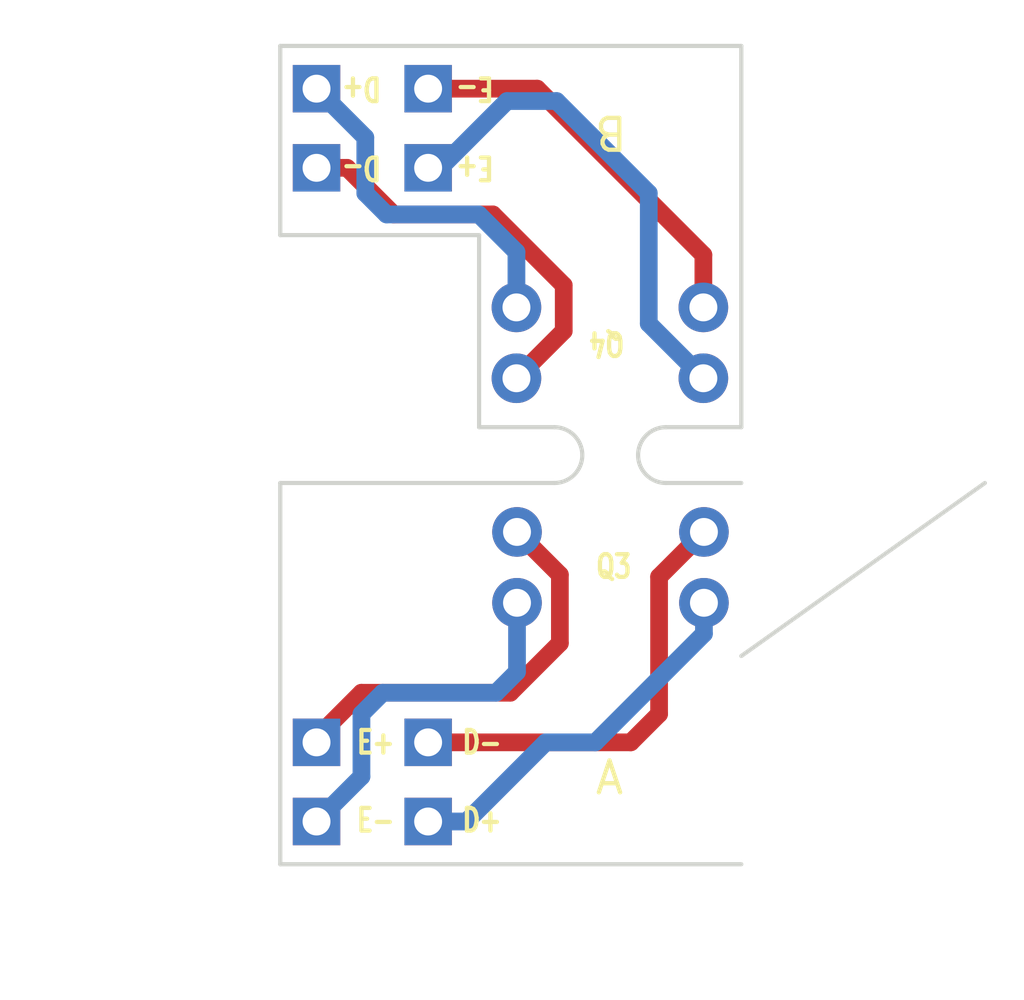
<source format=kicad_pcb>
(kicad_pcb (version 20171130) (host pcbnew "(5.1.6)-1")

  (general
    (thickness 1.6)
    (drawings 31)
    (tracks 42)
    (zones 0)
    (modules 11)
    (nets 9)
  )

  (page A4)
  (layers
    (0 F.Cu signal)
    (31 B.Cu signal)
    (32 B.Adhes user)
    (33 F.Adhes user)
    (34 B.Paste user)
    (35 F.Paste user)
    (36 B.SilkS user)
    (37 F.SilkS user)
    (38 B.Mask user)
    (39 F.Mask user)
    (40 Dwgs.User user)
    (41 Cmts.User user)
    (42 Eco1.User user)
    (43 Eco2.User user)
    (44 Edge.Cuts user)
    (45 Margin user)
    (46 B.CrtYd user)
    (47 F.CrtYd user)
    (48 B.Fab user)
    (49 F.Fab user)
  )

  (setup
    (last_trace_width 0.127)
    (user_trace_width 0.127)
    (user_trace_width 0.254)
    (user_trace_width 0.635)
    (user_trace_width 1.27)
    (trace_clearance 0.127)
    (zone_clearance 0.508)
    (zone_45_only no)
    (trace_min 0.127)
    (via_size 0.45)
    (via_drill 0.2)
    (via_min_size 0.45)
    (via_min_drill 0.2)
    (user_via 1.27 0.635)
    (user_via 2.54 1.27)
    (uvia_size 0.3)
    (uvia_drill 0.1)
    (uvias_allowed no)
    (uvia_min_size 0.2)
    (uvia_min_drill 0.1)
    (edge_width 0.15)
    (segment_width 0.15)
    (pcb_text_width 0.3)
    (pcb_text_size 1.5 1.5)
    (mod_edge_width 0.15)
    (mod_text_size 1 1)
    (mod_text_width 0.15)
    (pad_size 1.524 1.524)
    (pad_drill 0.762)
    (pad_to_mask_clearance 0.051)
    (solder_mask_min_width 0.25)
    (aux_axis_origin 0 0)
    (grid_origin 166 119)
    (visible_elements 7FFFFFFF)
    (pcbplotparams
      (layerselection 0x010f0_ffffffff)
      (usegerberextensions false)
      (usegerberattributes false)
      (usegerberadvancedattributes false)
      (creategerberjobfile false)
      (excludeedgelayer true)
      (linewidth 0.100000)
      (plotframeref false)
      (viasonmask false)
      (mode 1)
      (useauxorigin false)
      (hpglpennumber 1)
      (hpglpenspeed 20)
      (hpglpendiameter 15.000000)
      (psnegative false)
      (psa4output false)
      (plotreference true)
      (plotvalue true)
      (plotinvisibletext false)
      (padsonsilk false)
      (subtractmaskfromsilk false)
      (outputformat 1)
      (mirror false)
      (drillshape 0)
      (scaleselection 1)
      (outputdirectory "Gerbers/"))
  )

  (net 0 "")
  (net 1 "Net-(J1-Pad1)")
  (net 2 "Net-(J2-Pad1)")
  (net 3 "Net-(J3-Pad1)")
  (net 4 "Net-(J4-Pad1)")
  (net 5 "Net-(J5-Pad1)")
  (net 6 "Net-(J6-Pad1)")
  (net 7 "Net-(J7-Pad1)")
  (net 8 "Net-(J8-Pad1)")

  (net_class Default "Esta es la clase de red por defecto."
    (clearance 0.127)
    (trace_width 0.127)
    (via_dia 0.45)
    (via_drill 0.2)
    (uvia_dia 0.3)
    (uvia_drill 0.1)
    (diff_pair_width 0.254)
    (diff_pair_gap 0.254)
    (add_net "Net-(J1-Pad1)")
    (add_net "Net-(J2-Pad1)")
    (add_net "Net-(J3-Pad1)")
    (add_net "Net-(J4-Pad1)")
    (add_net "Net-(J5-Pad1)")
    (add_net "Net-(J6-Pad1)")
    (add_net "Net-(J7-Pad1)")
    (add_net "Net-(J8-Pad1)")
  )

  (module Encoder:mouse-bite-2mm-slot locked (layer F.Cu) (tedit 6081233A) (tstamp 60816F89)
    (at 177.8254 111.1156)
    (fp_text reference mouse-bite-2mm-slot (at 0 -2) (layer F.SilkS) hide
      (effects (font (size 1 1) (thickness 0.2)))
    )
    (fp_text value VAL** (at 0 2.1) (layer F.SilkS) hide
      (effects (font (size 1 1) (thickness 0.2)))
    )
    (fp_circle (center 2 0) (end 2.06 0) (layer Dwgs.User) (width 0.05))
    (fp_circle (center -2 0) (end -2 -0.06) (layer Dwgs.User) (width 0.05))
    (fp_line (start -2 0) (end -2 0) (layer Eco1.User) (width 2))
    (fp_line (start 2 0) (end 2 0) (layer Eco1.User) (width 2))
    (fp_arc (start 2 0) (end 2 1) (angle 180) (layer Dwgs.User) (width 0.1))
    (fp_arc (start -2 0) (end -2 -1) (angle 180) (layer Dwgs.User) (width 0.1))
    (pad "" np_thru_hole circle (at 0.75 0.75) (size 0.5 0.5) (drill 0.5) (layers *.Cu *.Mask))
    (pad "" np_thru_hole circle (at -0.75 0.75) (size 0.5 0.5) (drill 0.5) (layers *.Cu *.Mask))
    (pad "" np_thru_hole circle (at -0.75 -0.75) (size 0.5 0.5) (drill 0.5) (layers *.Cu *.Mask))
    (pad "" np_thru_hole circle (at 0.75 -0.75) (size 0.5 0.5) (drill 0.5) (layers *.Cu *.Mask))
    (pad "" np_thru_hole circle (at 0 0.75) (size 0.5 0.5) (drill 0.5) (layers *.Cu *.Mask))
    (pad "" np_thru_hole circle (at 0 -0.75) (size 0.5 0.5) (drill 0.5) (layers *.Cu *.Mask))
  )

  (module Encoder:PinHeader_1x01_P2.54mm_Vertical_NO3D (layer F.Cu) (tedit 6079DCDD) (tstamp 60818B92)
    (at 171.3 97.9822 180)
    (descr "Through hole straight pin header, 1x01, 2.54mm pitch, single row")
    (tags "Through hole pin header THT 1x01 2.54mm single row")
    (path /6081B0BC)
    (fp_text reference J6 (at 0 -2.33) (layer Dwgs.User) hide
      (effects (font (size 0.8128 0.6096) (thickness 0.1524)))
    )
    (fp_text value Conn_01x01_Male (at 0 2.33) (layer F.Fab)
      (effects (font (size 1 1) (thickness 0.15)))
    )
    (fp_line (start 1.8 -1.8) (end -1.8 -1.8) (layer F.CrtYd) (width 0.05))
    (fp_line (start 1.8 1.8) (end 1.8 -1.8) (layer F.CrtYd) (width 0.05))
    (fp_line (start -1.8 1.8) (end 1.8 1.8) (layer F.CrtYd) (width 0.05))
    (fp_line (start -1.8 -1.8) (end -1.8 1.8) (layer F.CrtYd) (width 0.05))
    (fp_line (start -1.27 -0.635) (end -0.635 -1.27) (layer F.Fab) (width 0.1))
    (fp_line (start -1.27 1.27) (end -1.27 -0.635) (layer F.Fab) (width 0.1))
    (fp_line (start 1.27 1.27) (end -1.27 1.27) (layer F.Fab) (width 0.1))
    (fp_line (start 1.27 -1.27) (end 1.27 1.27) (layer F.Fab) (width 0.1))
    (fp_line (start -0.635 -1.27) (end 1.27 -1.27) (layer F.Fab) (width 0.1))
    (fp_text user %R (at 0 0 90) (layer F.Fab)
      (effects (font (size 1 1) (thickness 0.15)))
    )
    (pad 1 thru_hole rect (at 0 0 180) (size 1.7 1.7) (drill 1) (layers *.Cu *.Mask)
      (net 6 "Net-(J6-Pad1)"))
  )

  (module Encoder:PinHeader_1x01_P2.54mm_Vertical_NO3D (layer F.Cu) (tedit 6079DCDD) (tstamp 60818B84)
    (at 171.3 100.8192 180)
    (descr "Through hole straight pin header, 1x01, 2.54mm pitch, single row")
    (tags "Through hole pin header THT 1x01 2.54mm single row")
    (path /6081B0B6)
    (fp_text reference J5 (at 0 -2.33) (layer Dwgs.User) hide
      (effects (font (size 0.8128 0.6096) (thickness 0.1524)))
    )
    (fp_text value Conn_01x01_Male (at 0 2.33) (layer F.Fab)
      (effects (font (size 1 1) (thickness 0.15)))
    )
    (fp_line (start -0.635 -1.27) (end 1.27 -1.27) (layer F.Fab) (width 0.1))
    (fp_line (start 1.27 -1.27) (end 1.27 1.27) (layer F.Fab) (width 0.1))
    (fp_line (start 1.27 1.27) (end -1.27 1.27) (layer F.Fab) (width 0.1))
    (fp_line (start -1.27 1.27) (end -1.27 -0.635) (layer F.Fab) (width 0.1))
    (fp_line (start -1.27 -0.635) (end -0.635 -1.27) (layer F.Fab) (width 0.1))
    (fp_line (start -1.8 -1.8) (end -1.8 1.8) (layer F.CrtYd) (width 0.05))
    (fp_line (start -1.8 1.8) (end 1.8 1.8) (layer F.CrtYd) (width 0.05))
    (fp_line (start 1.8 1.8) (end 1.8 -1.8) (layer F.CrtYd) (width 0.05))
    (fp_line (start 1.8 -1.8) (end -1.8 -1.8) (layer F.CrtYd) (width 0.05))
    (fp_text user %R (at 0 0 90) (layer F.Fab)
      (effects (font (size 1 1) (thickness 0.15)))
    )
    (pad 1 thru_hole rect (at 0 0 180) (size 1.7 1.7) (drill 1) (layers *.Cu *.Mask)
      (net 5 "Net-(J5-Pad1)"))
  )

  (module Encoder:PinHeader_1x01_P2.54mm_Vertical_NO3D (layer F.Cu) (tedit 6079DCDD) (tstamp 60818B76)
    (at 167.3 100.8192 180)
    (descr "Through hole straight pin header, 1x01, 2.54mm pitch, single row")
    (tags "Through hole pin header THT 1x01 2.54mm single row")
    (path /6081B0C8)
    (fp_text reference J7 (at 0 -2.33) (layer Dwgs.User) hide
      (effects (font (size 0.8128 0.6096) (thickness 0.1524)))
    )
    (fp_text value Conn_01x01_Male (at 0 2.33) (layer F.Fab)
      (effects (font (size 1 1) (thickness 0.15)))
    )
    (fp_line (start 1.8 -1.8) (end -1.8 -1.8) (layer F.CrtYd) (width 0.05))
    (fp_line (start 1.8 1.8) (end 1.8 -1.8) (layer F.CrtYd) (width 0.05))
    (fp_line (start -1.8 1.8) (end 1.8 1.8) (layer F.CrtYd) (width 0.05))
    (fp_line (start -1.8 -1.8) (end -1.8 1.8) (layer F.CrtYd) (width 0.05))
    (fp_line (start -1.27 -0.635) (end -0.635 -1.27) (layer F.Fab) (width 0.1))
    (fp_line (start -1.27 1.27) (end -1.27 -0.635) (layer F.Fab) (width 0.1))
    (fp_line (start 1.27 1.27) (end -1.27 1.27) (layer F.Fab) (width 0.1))
    (fp_line (start 1.27 -1.27) (end 1.27 1.27) (layer F.Fab) (width 0.1))
    (fp_line (start -0.635 -1.27) (end 1.27 -1.27) (layer F.Fab) (width 0.1))
    (fp_text user %R (at 0 0 90) (layer F.Fab)
      (effects (font (size 1 1) (thickness 0.15)))
    )
    (pad 1 thru_hole rect (at 0 0 180) (size 1.7 1.7) (drill 1) (layers *.Cu *.Mask)
      (net 7 "Net-(J7-Pad1)"))
  )

  (module Encoder:PinHeader_1x01_P2.54mm_Vertical_NO3D (layer F.Cu) (tedit 6079DCDD) (tstamp 60818B68)
    (at 167.3 97.9822 180)
    (descr "Through hole straight pin header, 1x01, 2.54mm pitch, single row")
    (tags "Through hole pin header THT 1x01 2.54mm single row")
    (path /6081B0C2)
    (fp_text reference J8 (at 0 -2.33) (layer Dwgs.User) hide
      (effects (font (size 0.8128 0.6096) (thickness 0.1524)))
    )
    (fp_text value Conn_01x01_Male (at 0 2.33) (layer F.Fab)
      (effects (font (size 1 1) (thickness 0.15)))
    )
    (fp_line (start 1.8 -1.8) (end -1.8 -1.8) (layer F.CrtYd) (width 0.05))
    (fp_line (start 1.8 1.8) (end 1.8 -1.8) (layer F.CrtYd) (width 0.05))
    (fp_line (start -1.8 1.8) (end 1.8 1.8) (layer F.CrtYd) (width 0.05))
    (fp_line (start -1.8 -1.8) (end -1.8 1.8) (layer F.CrtYd) (width 0.05))
    (fp_line (start -1.27 -0.635) (end -0.635 -1.27) (layer F.Fab) (width 0.1))
    (fp_line (start -1.27 1.27) (end -1.27 -0.635) (layer F.Fab) (width 0.1))
    (fp_line (start 1.27 1.27) (end -1.27 1.27) (layer F.Fab) (width 0.1))
    (fp_line (start 1.27 -1.27) (end 1.27 1.27) (layer F.Fab) (width 0.1))
    (fp_line (start -0.635 -1.27) (end 1.27 -1.27) (layer F.Fab) (width 0.1))
    (fp_text user %R (at 0 0 90) (layer F.Fab)
      (effects (font (size 1 1) (thickness 0.15)))
    )
    (pad 1 thru_hole rect (at 0 0 180) (size 1.7 1.7) (drill 1) (layers *.Cu *.Mask)
      (net 8 "Net-(J8-Pad1)"))
  )

  (module Encoder:itr8102 (layer F.Cu) (tedit 5D60A6D4) (tstamp 608197F0)
    (at 177.815399 107.091399 180)
    (path /6081B0B0)
    (fp_text reference Q4 (at 0.116999 -0.027001 180 unlocked) (layer F.SilkS)
      (effects (font (size 0.8128 0.6096) (thickness 0.1524)))
    )
    (fp_text value ITR8102 (at 0.164599 5.860199) (layer F.Fab)
      (effects (font (size 1 1) (thickness 0.15)))
    )
    (pad 4 thru_hole circle (at 3.35 -1.27 180) (size 1.778 1.778) (drill 1) (layers *.Cu *.Mask)
      (net 7 "Net-(J7-Pad1)"))
    (pad 1 thru_hole circle (at -3.35 -1.27 180) (size 1.778 1.778) (drill 1) (layers *.Cu *.Mask)
      (net 5 "Net-(J5-Pad1)"))
    (pad 3 thru_hole circle (at 3.35 1.27 180) (size 1.778 1.778) (drill 1) (layers *.Cu *.Mask)
      (net 8 "Net-(J8-Pad1)"))
    (pad 2 thru_hole circle (at -3.35 1.27 180) (size 1.778 1.778) (drill 1) (layers *.Cu *.Mask)
      (net 6 "Net-(J6-Pad1)"))
  )

  (module Encoder:PinHeader_1x01_P2.54mm_Vertical_NO3D (layer F.Cu) (tedit 6079DCDD) (tstamp 608185D7)
    (at 171.3 124.2488)
    (descr "Through hole straight pin header, 1x01, 2.54mm pitch, single row")
    (tags "Through hole pin header THT 1x01 2.54mm single row")
    (path /5C59CA2D)
    (fp_text reference J4 (at 0 -2.33) (layer Dwgs.User) hide
      (effects (font (size 0.8128 0.6096) (thickness 0.1524)))
    )
    (fp_text value Conn_01x01_Male (at 0 2.33) (layer F.Fab)
      (effects (font (size 1 1) (thickness 0.15)))
    )
    (fp_line (start 1.8 -1.8) (end -1.8 -1.8) (layer F.CrtYd) (width 0.05))
    (fp_line (start 1.8 1.8) (end 1.8 -1.8) (layer F.CrtYd) (width 0.05))
    (fp_line (start -1.8 1.8) (end 1.8 1.8) (layer F.CrtYd) (width 0.05))
    (fp_line (start -1.8 -1.8) (end -1.8 1.8) (layer F.CrtYd) (width 0.05))
    (fp_line (start -1.27 -0.635) (end -0.635 -1.27) (layer F.Fab) (width 0.1))
    (fp_line (start -1.27 1.27) (end -1.27 -0.635) (layer F.Fab) (width 0.1))
    (fp_line (start 1.27 1.27) (end -1.27 1.27) (layer F.Fab) (width 0.1))
    (fp_line (start 1.27 -1.27) (end 1.27 1.27) (layer F.Fab) (width 0.1))
    (fp_line (start -0.635 -1.27) (end 1.27 -1.27) (layer F.Fab) (width 0.1))
    (fp_text user %R (at 0 0 90) (layer F.Fab)
      (effects (font (size 1 1) (thickness 0.15)))
    )
    (pad 1 thru_hole rect (at 0 0) (size 1.7 1.7) (drill 1) (layers *.Cu *.Mask)
      (net 4 "Net-(J4-Pad1)"))
  )

  (module Encoder:PinHeader_1x01_P2.54mm_Vertical_NO3D (layer F.Cu) (tedit 6079DCDD) (tstamp 60818668)
    (at 171.3 121.412)
    (descr "Through hole straight pin header, 1x01, 2.54mm pitch, single row")
    (tags "Through hole pin header THT 1x01 2.54mm single row")
    (path /5C59CA34)
    (fp_text reference J3 (at 0 -2.33) (layer Dwgs.User) hide
      (effects (font (size 0.8128 0.6096) (thickness 0.1524)))
    )
    (fp_text value Conn_01x01_Male (at 0 2.33) (layer F.Fab)
      (effects (font (size 1 1) (thickness 0.15)))
    )
    (fp_line (start 1.8 -1.8) (end -1.8 -1.8) (layer F.CrtYd) (width 0.05))
    (fp_line (start 1.8 1.8) (end 1.8 -1.8) (layer F.CrtYd) (width 0.05))
    (fp_line (start -1.8 1.8) (end 1.8 1.8) (layer F.CrtYd) (width 0.05))
    (fp_line (start -1.8 -1.8) (end -1.8 1.8) (layer F.CrtYd) (width 0.05))
    (fp_line (start -1.27 -0.635) (end -0.635 -1.27) (layer F.Fab) (width 0.1))
    (fp_line (start -1.27 1.27) (end -1.27 -0.635) (layer F.Fab) (width 0.1))
    (fp_line (start 1.27 1.27) (end -1.27 1.27) (layer F.Fab) (width 0.1))
    (fp_line (start 1.27 -1.27) (end 1.27 1.27) (layer F.Fab) (width 0.1))
    (fp_line (start -0.635 -1.27) (end 1.27 -1.27) (layer F.Fab) (width 0.1))
    (fp_text user %R (at 0 0 90) (layer F.Fab)
      (effects (font (size 1 1) (thickness 0.15)))
    )
    (pad 1 thru_hole rect (at 0 0) (size 1.7 1.7) (drill 1) (layers *.Cu *.Mask)
      (net 3 "Net-(J3-Pad1)"))
  )

  (module Encoder:PinHeader_1x01_P2.54mm_Vertical_NO3D (layer F.Cu) (tedit 6079DCDD) (tstamp 60818583)
    (at 167.3 121.412)
    (descr "Through hole straight pin header, 1x01, 2.54mm pitch, single row")
    (tags "Through hole pin header THT 1x01 2.54mm single row")
    (path /5C59CA1F)
    (fp_text reference J1 (at 0 -2.33) (layer Dwgs.User) hide
      (effects (font (size 0.8128 0.6096) (thickness 0.1524)))
    )
    (fp_text value Conn_01x01_Male (at 0 2.33) (layer F.Fab)
      (effects (font (size 1 1) (thickness 0.15)))
    )
    (fp_line (start 1.8 -1.8) (end -1.8 -1.8) (layer F.CrtYd) (width 0.05))
    (fp_line (start 1.8 1.8) (end 1.8 -1.8) (layer F.CrtYd) (width 0.05))
    (fp_line (start -1.8 1.8) (end 1.8 1.8) (layer F.CrtYd) (width 0.05))
    (fp_line (start -1.8 -1.8) (end -1.8 1.8) (layer F.CrtYd) (width 0.05))
    (fp_line (start -1.27 -0.635) (end -0.635 -1.27) (layer F.Fab) (width 0.1))
    (fp_line (start -1.27 1.27) (end -1.27 -0.635) (layer F.Fab) (width 0.1))
    (fp_line (start 1.27 1.27) (end -1.27 1.27) (layer F.Fab) (width 0.1))
    (fp_line (start 1.27 -1.27) (end 1.27 1.27) (layer F.Fab) (width 0.1))
    (fp_line (start -0.635 -1.27) (end 1.27 -1.27) (layer F.Fab) (width 0.1))
    (fp_text user %R (at 0 0 90) (layer F.Fab)
      (effects (font (size 1 1) (thickness 0.15)))
    )
    (pad 1 thru_hole rect (at 0 0) (size 1.7 1.7) (drill 1) (layers *.Cu *.Mask)
      (net 1 "Net-(J1-Pad1)"))
  )

  (module Encoder:PinHeader_1x01_P2.54mm_Vertical_NO3D (layer F.Cu) (tedit 6079DCDD) (tstamp 60818559)
    (at 167.3 124.2488)
    (descr "Through hole straight pin header, 1x01, 2.54mm pitch, single row")
    (tags "Through hole pin header THT 1x01 2.54mm single row")
    (path /5C59CA26)
    (fp_text reference J2 (at 0 -2.33) (layer Dwgs.User) hide
      (effects (font (size 0.8128 0.6096) (thickness 0.1524)))
    )
    (fp_text value Conn_01x01_Male (at 0 2.33) (layer F.Fab)
      (effects (font (size 1 1) (thickness 0.15)))
    )
    (fp_line (start 1.8 -1.8) (end -1.8 -1.8) (layer F.CrtYd) (width 0.05))
    (fp_line (start 1.8 1.8) (end 1.8 -1.8) (layer F.CrtYd) (width 0.05))
    (fp_line (start -1.8 1.8) (end 1.8 1.8) (layer F.CrtYd) (width 0.05))
    (fp_line (start -1.8 -1.8) (end -1.8 1.8) (layer F.CrtYd) (width 0.05))
    (fp_line (start -1.27 -0.635) (end -0.635 -1.27) (layer F.Fab) (width 0.1))
    (fp_line (start -1.27 1.27) (end -1.27 -0.635) (layer F.Fab) (width 0.1))
    (fp_line (start 1.27 1.27) (end -1.27 1.27) (layer F.Fab) (width 0.1))
    (fp_line (start 1.27 -1.27) (end 1.27 1.27) (layer F.Fab) (width 0.1))
    (fp_line (start -0.635 -1.27) (end 1.27 -1.27) (layer F.Fab) (width 0.1))
    (fp_text user %R (at 0 0 90) (layer F.Fab)
      (effects (font (size 1 1) (thickness 0.15)))
    )
    (pad 1 thru_hole rect (at 0 0) (size 1.7 1.7) (drill 1) (layers *.Cu *.Mask)
      (net 2 "Net-(J2-Pad1)"))
  )

  (module Encoder:itr8102 (layer F.Cu) (tedit 5D60A6D4) (tstamp 60816BCB)
    (at 177.835401 115.139801)
    (path /5C59CA18)
    (fp_text reference Q3 (at 0.116999 -0.027001) (layer F.SilkS)
      (effects (font (size 0.8128 0.6096) (thickness 0.1524)))
    )
    (fp_text value ITR8102 (at 0.164599 5.860199) (layer F.Fab)
      (effects (font (size 1 1) (thickness 0.15)))
    )
    (pad 2 thru_hole circle (at -3.35 1.27) (size 1.778 1.778) (drill 1) (layers *.Cu *.Mask)
      (net 2 "Net-(J2-Pad1)"))
    (pad 3 thru_hole circle (at 3.35 1.27) (size 1.778 1.778) (drill 1) (layers *.Cu *.Mask)
      (net 4 "Net-(J4-Pad1)"))
    (pad 1 thru_hole circle (at -3.35 -1.27) (size 1.778 1.778) (drill 1) (layers *.Cu *.Mask)
      (net 1 "Net-(J1-Pad1)"))
    (pad 4 thru_hole circle (at 3.35 -1.27) (size 1.778 1.778) (drill 1) (layers *.Cu *.Mask)
      (net 3 "Net-(J3-Pad1)"))
  )

  (dimension 5.248886 (width 0.15) (layer Dwgs.User)
    (gr_text "5.249 mm" (at 162.654095 121.650868 270.3274757) (layer Dwgs.User)
      (effects (font (size 1 1) (thickness 0.15)))
    )
    (feature1 (pts (xy 167.3 124.2488) (xy 163.382663 124.27119)))
    (feature2 (pts (xy 167.27 119) (xy 163.352663 119.02239)))
    (crossbar (pts (xy 163.939074 119.019038) (xy 163.969074 124.267838)))
    (arrow1a (pts (xy 163.969074 124.267838) (xy 163.376224 123.144704)))
    (arrow1b (pts (xy 163.969074 124.267838) (xy 164.549047 123.138001)))
    (arrow2a (pts (xy 163.939074 119.019038) (xy 163.359101 120.148875)))
    (arrow2b (pts (xy 163.939074 119.019038) (xy 164.531924 120.142172)))
  )
  (dimension 6.7808 (width 0.15) (layer Dwgs.User)
    (gr_text "6.781 mm" (at 160.636 99.8408 270) (layer Dwgs.User)
      (effects (font (size 1 1) (thickness 0.15)))
    )
    (feature1 (pts (xy 166 103.2312) (xy 161.349579 103.2312)))
    (feature2 (pts (xy 166 96.4504) (xy 161.349579 96.4504)))
    (crossbar (pts (xy 161.936 96.4504) (xy 161.936 103.2312)))
    (arrow1a (pts (xy 161.936 103.2312) (xy 161.349579 102.104696)))
    (arrow1b (pts (xy 161.936 103.2312) (xy 162.522421 102.104696)))
    (arrow2a (pts (xy 161.936 96.4504) (xy 161.349579 97.576904)))
    (arrow2b (pts (xy 161.936 96.4504) (xy 162.522421 97.576904)))
  )
  (dimension 6.7808 (width 0.15) (layer Dwgs.User)
    (gr_text "6.781 mm" (at 159.62 122.3904 270) (layer Dwgs.User)
      (effects (font (size 1 1) (thickness 0.15)))
    )
    (feature1 (pts (xy 166 125.7808) (xy 160.333579 125.7808)))
    (feature2 (pts (xy 166 119) (xy 160.333579 119)))
    (crossbar (pts (xy 160.92 119) (xy 160.92 125.7808)))
    (arrow1a (pts (xy 160.92 125.7808) (xy 160.333579 124.654296)))
    (arrow1b (pts (xy 160.92 125.7808) (xy 161.506421 124.654296)))
    (arrow2a (pts (xy 160.92 119) (xy 160.333579 120.126504)))
    (arrow2b (pts (xy 160.92 119) (xy 161.506421 120.126504)))
  )
  (gr_text D- (at 168.91 100.8192 180) (layer F.SilkS) (tstamp 60818B5C)
    (effects (font (size 0.8128 0.6096) (thickness 0.1524)))
  )
  (gr_text B (at 177.8508 99.5492 180) (layer F.SilkS) (tstamp 60818BB9)
    (effects (font (size 1.143 1.143) (thickness 0.1524)))
  )
  (gr_line (start 173.1264 110.1156) (end 175.8254 110.1156) (layer Edge.Cuts) (width 0.15) (tstamp 60818BB6))
  (gr_line (start 179.8254 110.1156) (end 182.5244 110.1156) (layer Edge.Cuts) (width 0.15) (tstamp 60818BB5))
  (gr_text E+ (at 172.974 100.8192 180) (layer F.SilkS) (tstamp 60819767)
    (effects (font (size 0.8128 0.6096) (thickness 0.1524)))
  )
  (gr_text D+ (at 168.91 97.9822 180) (layer F.SilkS) (tstamp 60819342)
    (effects (font (size 0.8128 0.6096) (thickness 0.1524)))
  )
  (gr_text E- (at 172.974 97.9822 180) (layer F.SilkS) (tstamp 60818B59)
    (effects (font (size 0.8128 0.6096) (thickness 0.1524)))
  )
  (gr_line (start 166 103.2312) (end 173.1264 103.2312) (layer Edge.Cuts) (width 0.15) (tstamp 60818B58))
  (gr_line (start 173.1264 103.2312) (end 173.1264 110.1156) (layer Edge.Cuts) (width 0.15) (tstamp 60818B57))
  (gr_line (start 182.5244 96.4504) (end 166 96.4504) (layer Edge.Cuts) (width 0.15) (tstamp 60818B56))
  (gr_line (start 182.5244 110.1156) (end 182.5244 96.4504) (layer Edge.Cuts) (width 0.15) (tstamp 60818B55))
  (gr_line (start 166 103.2312) (end 166 96.4504) (layer Edge.Cuts) (width 0.15) (tstamp 60818B54))
  (gr_arc (start 179.8254 111.1156) (end 179.8254 110.1156) (angle -180) (layer Edge.Cuts) (width 0.15) (tstamp 60816AF9))
  (gr_arc (start 175.8254 111.1156) (end 175.8254 112.1156) (angle -180) (layer Edge.Cuts) (width 0.15) (tstamp 60816AF6))
  (gr_text A (at 177.8 122.682) (layer F.SilkS) (tstamp 6081871D)
    (effects (font (size 1.143 1.143) (thickness 0.1524)))
  )
  (dimension 7.1264 (width 0.15) (layer Dwgs.User)
    (gr_text "7.126 mm" (at 169.5632 131.3) (layer Dwgs.User)
      (effects (font (size 1 1) (thickness 0.15)))
    )
    (feature1 (pts (xy 166 119) (xy 166 130.586421)))
    (feature2 (pts (xy 173.1264 119) (xy 173.1264 130.586421)))
    (crossbar (pts (xy 173.1264 130) (xy 166 130)))
    (arrow1a (pts (xy 166 130) (xy 167.126504 129.413579)))
    (arrow1b (pts (xy 166 130) (xy 167.126504 130.586421)))
    (arrow2a (pts (xy 173.1264 130) (xy 171.999896 129.413579)))
    (arrow2b (pts (xy 173.1264 130) (xy 171.999896 130.586421)))
  )
  (dimension 6.1756 (width 0.15) (layer Dwgs.User)
    (gr_text "6.176 mm" (at 161.5736 115.2298 270) (layer Dwgs.User) (tstamp 64B01FB6)
      (effects (font (size 1 1) (thickness 0.15)))
    )
    (feature1 (pts (xy 166 118.3176) (xy 162.287179 118.3176)))
    (feature2 (pts (xy 166 112.142) (xy 162.287179 112.142)))
    (crossbar (pts (xy 162.8736 112.142) (xy 162.8736 118.3176)))
    (arrow1a (pts (xy 162.8736 118.3176) (xy 162.287179 117.191096)))
    (arrow1b (pts (xy 162.8736 118.3176) (xy 163.460021 117.191096)))
    (arrow2a (pts (xy 162.8736 112.142) (xy 162.287179 113.268504)))
    (arrow2b (pts (xy 162.8736 112.142) (xy 163.460021 113.268504)))
  )
  (dimension 9.398 (width 0.15) (layer Dwgs.User)
    (gr_text "9.398 mm" (at 177.8254 131.3) (layer Dwgs.User)
      (effects (font (size 1 1) (thickness 0.15)))
    )
    (feature1 (pts (xy 173.1264 125.7808) (xy 173.1264 130.586421)))
    (feature2 (pts (xy 182.5244 125.7808) (xy 182.5244 130.586421)))
    (crossbar (pts (xy 182.5244 130) (xy 173.1264 130)))
    (arrow1a (pts (xy 173.1264 130) (xy 174.252904 129.413579)))
    (arrow1b (pts (xy 173.1264 130) (xy 174.252904 130.586421)))
    (arrow2a (pts (xy 182.5244 130) (xy 181.397896 129.413579)))
    (arrow2b (pts (xy 182.5244 130) (xy 181.397896 130.586421)))
  )
  (dimension 13.6652 (width 0.15) (layer Dwgs.User)
    (gr_text "13.665 mm" (at 191.3 118.9482 270) (layer Dwgs.User)
      (effects (font (size 1 1) (thickness 0.15)))
    )
    (feature1 (pts (xy 182.5244 125.7808) (xy 190.586421 125.7808)))
    (feature2 (pts (xy 182.5244 112.1156) (xy 190.586421 112.1156)))
    (crossbar (pts (xy 190 112.1156) (xy 190 125.7808)))
    (arrow1a (pts (xy 190 125.7808) (xy 189.413579 124.654296)))
    (arrow1b (pts (xy 190 125.7808) (xy 190.586421 124.654296)))
    (arrow2a (pts (xy 190 112.1156) (xy 189.413579 113.242104)))
    (arrow2b (pts (xy 190 112.1156) (xy 190.586421 113.242104)))
  )
  (gr_line (start 175.8254 112.1156) (end 166 112.1156) (layer Edge.Cuts) (width 0.15) (tstamp 60816AF3))
  (gr_line (start 182.5244 112.1156) (end 179.8254 112.1156) (layer Edge.Cuts) (width 0.15) (tstamp 60816AF0))
  (gr_line (start 191.255 112.1156) (end 182.5244 118.3176) (layer Edge.Cuts) (width 0.15) (tstamp 60816C10))
  (gr_line (start 166 125.7808) (end 182.5244 125.7808) (layer Edge.Cuts) (width 0.15) (tstamp 60816C13))
  (gr_line (start 166 112.1156) (end 166 125.7808) (layer Edge.Cuts) (width 0.15) (tstamp 60816C16))
  (gr_text D- (at 173.228 121.412) (layer F.SilkS) (tstamp 60816C04)
    (effects (font (size 0.8128 0.6096) (thickness 0.1524)))
  )
  (gr_text D+ (at 173.228 124.206) (layer F.SilkS) (tstamp 60816C0A)
    (effects (font (size 0.8128 0.6096) (thickness 0.1524)))
  )
  (gr_text E+ (at 169.418 121.412) (layer F.SilkS) (tstamp 60816C07)
    (effects (font (size 0.8128 0.6096) (thickness 0.1524)))
  )
  (gr_text E- (at 169.418 124.206) (layer F.SilkS) (tstamp 60816C0D)
    (effects (font (size 0.8128 0.6096) (thickness 0.1524)))
  )

  (segment (start 167.3 121.412) (end 167.3 121.244) (width 0.635) (layer F.Cu) (net 1) (status 30))
  (segment (start 167.3 121.244) (end 168.91 119.634) (width 0.635) (layer F.Cu) (net 1) (status 10))
  (segment (start 168.91 119.634) (end 174.244 119.634) (width 0.635) (layer F.Cu) (net 1))
  (segment (start 174.244 119.634) (end 176.022 117.856) (width 0.635) (layer F.Cu) (net 1))
  (segment (start 176.022 115.4064) (end 174.485401 113.869801) (width 0.635) (layer F.Cu) (net 1) (status 20))
  (segment (start 176.022 117.856) (end 176.022 115.4064) (width 0.635) (layer F.Cu) (net 1))
  (segment (start 168.91 122.6388) (end 167.3 124.2488) (width 0.635) (layer B.Cu) (net 2) (status 20))
  (segment (start 174.485401 118.884599) (end 173.736 119.634) (width 0.635) (layer B.Cu) (net 2))
  (segment (start 173.736 119.634) (end 169.672 119.634) (width 0.635) (layer B.Cu) (net 2))
  (segment (start 168.91 120.396) (end 168.91 122.6388) (width 0.635) (layer B.Cu) (net 2))
  (segment (start 174.485401 116.409801) (end 174.485401 118.884599) (width 0.635) (layer B.Cu) (net 2) (status 10))
  (segment (start 169.672 119.634) (end 168.91 120.396) (width 0.635) (layer B.Cu) (net 2))
  (segment (start 171.3 121.412) (end 178.562 121.412) (width 0.635) (layer F.Cu) (net 3) (status 10))
  (segment (start 178.562 121.412) (end 179.578 120.396) (width 0.635) (layer F.Cu) (net 3))
  (segment (start 179.578 115.477202) (end 181.185401 113.869801) (width 0.635) (layer F.Cu) (net 3) (status 20))
  (segment (start 179.578 120.396) (end 179.578 115.477202) (width 0.635) (layer F.Cu) (net 3))
  (segment (start 181.185401 117.518599) (end 181.185401 116.409801) (width 0.635) (layer B.Cu) (net 4) (status 20))
  (segment (start 177.292 121.412) (end 181.185401 117.518599) (width 0.635) (layer B.Cu) (net 4))
  (segment (start 171.3 124.2488) (end 172.6772 124.2488) (width 0.635) (layer B.Cu) (net 4) (status 10))
  (segment (start 175.514 121.412) (end 177.292 121.412) (width 0.635) (layer B.Cu) (net 4))
  (segment (start 172.6772 124.2488) (end 175.514 121.412) (width 0.635) (layer B.Cu) (net 4))
  (segment (start 171.7348 100.8192) (end 171.3 100.8192) (width 0.635) (layer B.Cu) (net 5))
  (segment (start 179.208 106.404) (end 179.208 101.728) (width 0.635) (layer B.Cu) (net 5))
  (segment (start 174.128 98.426) (end 171.7348 100.8192) (width 0.635) (layer B.Cu) (net 5))
  (segment (start 181.165399 108.361399) (end 179.208 106.404) (width 0.635) (layer B.Cu) (net 5))
  (segment (start 175.906 98.426) (end 174.128 98.426) (width 0.635) (layer B.Cu) (net 5))
  (segment (start 179.208 101.728) (end 175.906 98.426) (width 0.635) (layer B.Cu) (net 5))
  (segment (start 181.165399 105.821399) (end 181.165399 103.939399) (width 0.635) (layer F.Cu) (net 6))
  (segment (start 175.2082 97.9822) (end 171.3 97.9822) (width 0.635) (layer F.Cu) (net 6))
  (segment (start 181.165399 103.939399) (end 175.2082 97.9822) (width 0.635) (layer F.Cu) (net 6))
  (segment (start 174.465399 108.361399) (end 176.16 106.666798) (width 0.635) (layer F.Cu) (net 7))
  (segment (start 176.16 106.666798) (end 176.16 105.03) (width 0.635) (layer F.Cu) (net 7))
  (segment (start 176.16 105.03) (end 173.62 102.49) (width 0.635) (layer F.Cu) (net 7))
  (segment (start 173.62 102.49) (end 170.064 102.49) (width 0.635) (layer F.Cu) (net 7))
  (segment (start 168.3932 100.8192) (end 167.3 100.8192) (width 0.635) (layer F.Cu) (net 7))
  (segment (start 170.064 102.49) (end 168.3932 100.8192) (width 0.635) (layer F.Cu) (net 7))
  (segment (start 174.465399 103.835501) (end 173.119898 102.49) (width 0.635) (layer B.Cu) (net 8))
  (segment (start 174.465399 105.821399) (end 174.465399 103.835501) (width 0.635) (layer B.Cu) (net 8))
  (segment (start 173.119898 102.49) (end 169.81 102.49) (width 0.635) (layer B.Cu) (net 8))
  (segment (start 169.81 102.49) (end 169.048 101.728) (width 0.635) (layer B.Cu) (net 8))
  (segment (start 169.048 99.7302) (end 167.3 97.9822) (width 0.635) (layer B.Cu) (net 8))
  (segment (start 169.048 101.728) (end 169.048 99.7302) (width 0.635) (layer B.Cu) (net 8))

)

</source>
